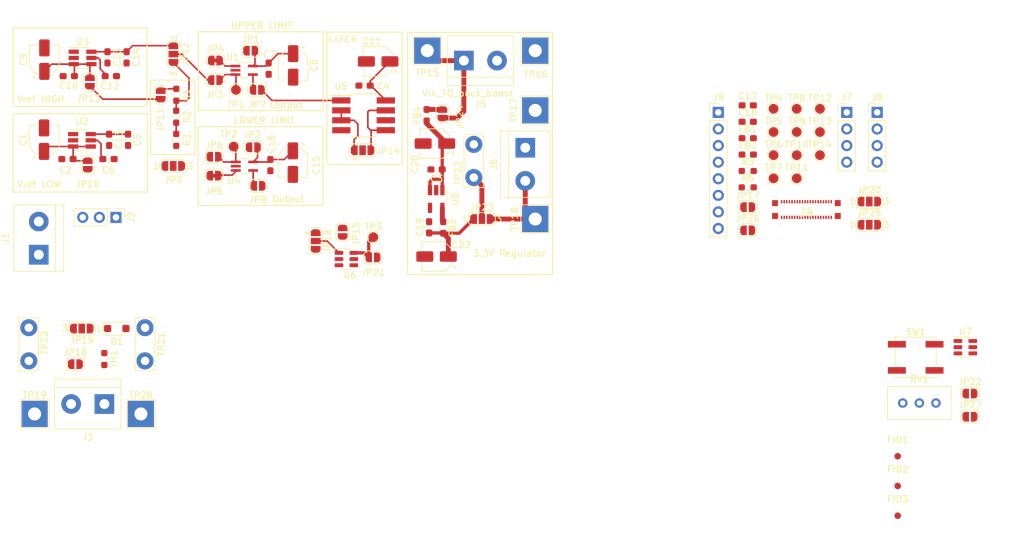
<source format=kicad_pcb>
(kicad_pcb (version 20221018) (generator pcbnew)
  (layers (0 "F.Cu" signal) (31 "B.Cu" signal) (34 "B.Paste" user) (35 "F.Paste" user) (36 "B.SilkS" user "B.Silkscreen") (37 "F.SilkS" user "F.Silkscreen") (38 "B.Mask" user) (39 "F.Mask" user) (44 "Edge.Cuts" user))
  (net 0 "")
  (net 1 "Net-(JP10-B)")
  (net 2 "GND")
  (net 3 "Net-(U8-CE)")
  (net 4 "Net-(JP9-A)")
  (net 5 "Net-(U2-NR)")
  (net 6 "Net-(JP1-A)")
  (net 7 "Net-(JP13-B)")
  (net 8 "Net-(U3-NR)")
  (net 9 "Net-(JP12-A)")
  (net 10 "Net-(JP2-A)")
  (net 11 "/WisBlock Core Module - RAK4631/AIN0")
  (net 12 "Net-(JP23-A)")
  (net 13 "Net-(D1-K)")
  (net 14 "PV_DIRECT_NO_MPPT")
  (net 15 "Net-(JP25-C)")
  (net 16 "/WisBlock Core Module - RAK4631/VBAT_nRF")
  (net 17 "3.3V")
  (net 18 "/WisBlock Core Module - RAK4631/3V3")
  (net 19 "Net-(JP24-B)")
  (net 20 "Net-(U8-VOUT)")
  (net 21 "Net-(J1-Pin_1)")
  (net 22 "V_supercap")
  (net 23 "V_boost_uvlo")
  (net 24 "Net-(J3-Pin_2)")
  (net 29 "/WisBlock Core Module - RAK4631/TXD0")
  (net 30 "/WisBlock Core Module - RAK4631/RXD0")
  (net 31 "Net-(J4-Pad14)")
  (net 32 "Net-(J4-Pad15)")
  (net 33 "/WisBlock Core Module - RAK4631/IO8")
  (net 34 "/WisBlock Core Module - RAK4631/VDD_nRF")
  (net 37 "/WisBlock Core Module - RAK4631/AIN1")
  (net 38 "/WisBlock Core Module - RAK4631/BOOT0")
  (net 39 "/WisBlock Core Module - RAK4631/IO7")
  (net 44 "/WisBlock Core Module - RAK4631/IO1")
  (net 45 "/WisBlock Core Module - RAK4631/IO2")
  (net 46 "/WisBlock Core Module - RAK4631/IO3")
  (net 47 "/WisBlock Core Module - RAK4631/IO4")
  (net 48 "/WisBlock Core Module - RAK4631/TXD1")
  (net 49 "/WisBlock Core Module - RAK4631/RXD1")
  (net 52 "/WisBlock Core Module - RAK4631/IO5")
  (net 53 "/WisBlock Core Module - RAK4631/IO6")
  (net 54 "Vin_buck_boost")
  (net 55 "Net-(J6-Pin_2)")
  (net 57 "Vref_high")
  (net 58 "Net-(JP3-B)")
  (net 59 "Net-(JP4-B)")
  (net 60 "Net-(JP5-B)")
  (net 61 "Vref_low")
  (net 62 "Net-(JP6-B)")
  (net 63 "Net-(JP7-A)")
  (net 64 "/Sheetname: UVLO with latched output/RESET")
  (net 65 "Net-(JP8-A)")
  (net 66 "/Sheetname: UVLO with latched output/SET")
  (net 67 "Net-(JP9-B)")
  (net 68 "Net-(JP11-B)")
  (net 69 "Net-(JP12-B)")
  (net 70 "/Sheetname: UVLO with latched output/NOR_2_OUT")
  (net 71 "LOAD_SWITCH_CTRL")
  (net 72 "/Sheetname: UVLO with latched output/NOR_1_OUT")
  (net 73 "Net-(JP15-B)")
  (net 74 "Net-(JP16-C)")
  (net 75 "Net-(JP17-B)")
  (net 76 "Net-(JP18-B)")
  (net 77 "MPPT_OUT")
  (net 78 "/WisBlock Core Module - RAK4631/Vsupercap")
  (net 79 "Net-(JP22-B)")
  (net 80 "/Watchdog timer/RST_SIGNAL")
  (net 81 "Net-(U7-DELAY{slash}M_RST)")
  (net 87 "nRF_RESET")
  (footprint "TestPoint:TestPoint_THTPad_4.0x4.0mm_Drill2.0mm" (layer "F.Cu") (at 61.849 102.616)
    (fp_text reference "TP20")
    (fp_text value "SC_GND")
  )
  (footprint "Capacitor_SMD:C_0603_1608Metric_Pad1.08x0.95mm_HandSolder" (layer "F.Cu") (at 57.2516 50.8866)
    (fp_text reference "C12")
    (fp_text value "0.1uF")
  )
  (footprint "Resistor_SMD:R_0603_1608Metric_Pad0.98x0.95mm_HandSolder" (layer "F.Cu") (at 154.679 65.412)
    (fp_text reference "R5")
    (fp_text value "5.6M")
  )
  (footprint "Jumper:SolderJumper-2_P1.3mm_Open_RoundedPad1.0x1.5mm" (layer "F.Cu") (at 154.679 74.502)
    (fp_text reference "JP26")
    (fp_text value "SolderJumper_2_Open")
  )
  (footprint "TestPoint:TestPoint_Pad_D1.5mm" (layer "F.Cu") (at 158.629 59.442)
    (fp_text reference "TP5")
    (fp_text value "LED1")
  )
  (footprint "TestPoint:TestPoint_Pad_D1.5mm" (layer "F.Cu") (at 162.179 66.542)
    (fp_text reference "TP11")
    (fp_text value "IO6")
  )
  (footprint "Capacitor_SMD:C_0603_1608Metric_Pad1.08x0.95mm_HandSolder" (layer "F.Cu") (at 56.9954 60.642 -90)
    (fp_text reference "C13")
    (fp_text value "1uF")
  )
  (footprint "Capacitor_SMD:C_0603_1608Metric_Pad1.08x0.95mm_HandSolder" (layer "F.Cu") (at 50.8254 50.8866 180)
    (fp_text reference "C10")
    (fp_text value "0.1uF")
  )
  (footprint "Connector_PinHeader_2.54mm:PinHeader_1x08_P2.54mm_Vertical" (layer "F.Cu") (at 150.179 56.442)
    (fp_text reference "J9")
    (fp_text value "Conn_01x08_Pin")
  )
  (footprint "Package_SO:Zetex_SM8" (layer "F.Cu") (at 95.914 56.894)
    (fp_text reference "U5")
    (fp_text value "TC7WH02FU_LJCT")
  )
  (footprint "Jumper:SolderJumper-2_P1.3mm_Open_RoundedPad1.0x1.5mm" (layer "F.Cu") (at 107.972 56.657 90)
    (fp_text reference "JP24")
    (fp_text value "SolderJumper_2_Open")
  )
  (footprint "Diode_SMD:D_SOD-123F" (layer "F.Cu") (at 58.166 89.535)
    (fp_text reference "D1")
    (fp_text value "PMEG10020ELR")
  )
  (footprint "TestPoint:TestPoint_THTPad_4.0x4.0mm_Drill2.0mm" (layer "F.Cu") (at 122.174 72.771 -90)
    (fp_text reference "TP18")
    (fp_text value "TestPoint")
  )
  (footprint "Jumper:SolderJumper-2_P1.3mm_Open_RoundedPad1.0x1.5mm" (layer "F.Cu") (at 154.679 70.952)
    (fp_text reference "JP17")
    (fp_text value "SolderJumper_2_Open")
  )
  (footprint "TerminalBlock:TerminalBlock_bornier-2_P5.08mm" (layer "F.Cu") (at 46.228 78.232 90)
    (fp_text reference "J1")
    (fp_text value "Screw_Terminal_01x02")
  )
  (footprint "Package_TO_SOT_SMD:SOT-23-6_Handsoldering" (layer "F.Cu") (at 52.9298 48.1028)
    (fp_text reference "U3")
    (fp_text value "REF35409QDBVR")
  )
  (footprint "Capacitor_SMD:CP_Elec_4x5.4" (layer "F.Cu") (at 47.0916 48.367 90)
    (fp_text reference "C9")
    (fp_text value "2.2uF")
  )
  (footprint "Package_TO_SOT_SMD:SOT-353_SC-70-5_Handsoldering" (layer "F.Cu") (at 77.646 49.9975)
    (fp_text reference "U1")
    (fp_text value "TLV3691IDCKR")
  )
  (footprint "Jumper:SolderJumper-2_P1.3mm_Open_RoundedPad1.0x1.5mm" (layer "F.Cu") (at 188.6725 99.494)
    (fp_text reference "JP22")
    (fp_text value "SolderJumper_2_Open")
  )
  (footprint "TestPoint:TestPoint_THTPad_4.0x4.0mm_Drill2.0mm" (layer "F.Cu") (at 45.593 102.616)
    (fp_text reference "TP19")
    (fp_text value "SC_VIN")
  )
  (footprint "TestPoint:TestPoint_Pad_D1.5mm" (layer "F.Cu") (at 76.396 52.9975)
    (fp_text reference "TP1")
    (fp_text value "Vref_high")
  )
  (footprint "Resistor_SMD:R_0603_1608Metric_Pad0.98x0.95mm_HandSolder" (layer "F.Cu") (at 67.259997 60.6525 -90)
    (fp_text reference "R3")
    (fp_text value "3.9M")
  )
  (footprint "Jumper:SolderJumper-3_P1.3mm_Open_RoundedPad1.0x1.5mm_NumberLabels" (layer "F.Cu") (at 52.802 89.535 180)
    (fp_text reference "JP19")
    (fp_text value "SolderJumper_3_Open")
  )
  (footprint "Capacitor_SMD:CP_Elec_4x4.5" (layer "F.Cu") (at 98.149 48.641 180)
    (fp_text reference "C11")
    (fp_text value "1uF")
  )
  (footprint "Button_Switch_SMD:SW_SPST_EVPBF" (layer "F.Cu") (at 180.3725 93.944)
    (fp_text reference "SW1")
    (fp_text value "EVP-BF6C1A000")
  )
  (footprint "Connector_PinHeader_2.54mm:PinHeader_1x03_P2.54mm_Vertical" (layer "F.Cu") (at 58.039 72.517 -90)
    (fp_text reference "J2")
    (fp_text value "Pololu U1V10F5")
  )
  (footprint "Capacitor_SMD:C_0603_1608Metric_Pad1.08x0.95mm_HandSolder" (layer "F.Cu") (at 107.083 65.1775 180)
    (fp_text reference "C3")
    (fp_text value "1uF")
  )
  (footprint "Jumper:SolderJumper-2_P1.3mm_Open_RoundedPad1.0x1.5mm" (layer "F.Cu") (at 73.046 63.23)
    (fp_text reference "JP6")
    (fp_text value "SolderJumper_2_Open")
  )
  (footprint "Jumper:SolderJumper-2_P1.3mm_Open_RoundedPad1.0x1.5mm" (layer "F.Cu") (at 97.355 78.645)
    (fp_text reference "JP21")
    (fp_text value "SolderJumper_2_Open")
  )
  (footprint "Inductor_SMD:L_0603_1608Metric_Pad1.05x0.95mm_HandSolder" (layer "F.Cu") (at 108.099 74.0675 -90)
    (fp_text reference "FB5")
    (fp_text value "FerriteBead")
  )
  (footprint "Connector_PinHeader_2.54mm:PinHeader_1x04_P2.54mm_Vertical" (layer "F.Cu") (at 169.829 56.442)
    (fp_text reference "J7")
    (fp_text value "Conn_01x04_Pin")
  )
  (footprint "Jumper:SolderJumper-2_P1.3mm_Open_RoundedPad1.0x1.5mm" (layer "F.Cu") (at 64.882497 53.765 90)
    (fp_text reference "JP11")
    (fp_text value "SolderJumper_2_Open")
  )
  (footprint "Package_TO_SOT_SMD:SOT-23-5_HandSoldering" (layer "F.Cu") (at 107.022 69.7025 -90)
    (fp_text reference "U8")
    (fp_text value "XC6220B331MR")
  )
  (footprint "TestPoint:TestPoint_Bridge_Pitch5.08mm_Drill1.3mm" (layer "F.Cu") (at 112.776 61.341 -90)
    (fp_text reference "TP23")
    (fp_text value "3.3V")
  )
  (footprint "Jumper:SolderJumper-2_P1.3mm_Open_RoundedPad1.0x1.5mm" (layer "F.Cu") (at 73.246 51.4975)
    (fp_text reference "JP3")
    (fp_text value "SolderJumper_2_Open")
  )
  (footprint "Package_TO_SOT_SMD:SOT-23-6" (layer "F.Cu") (at 93.291 78.899)
    (fp_text reference "U6")
    (fp_text value "TPS22917DBV")
  )
  (footprint "Fiducial:Fiducial_1mm_Mask3mm" (layer "F.Cu") (at 177.6225 109.094)
    (fp_text reference "FID1")
    (fp_text value "Fiducial")
  )
  (footprint "Package_TO_SOT_SMD:SOT-23-6" (layer "F.Cu") (at 187.9725 92.394)
    (fp_text reference "U7")
    (fp_text value "TPL5010")
  )
  (footprint "Capacitor_SMD:C_0603_1608Metric_Pad1.08x0.95mm_HandSolder" (layer "F.Cu") (at 154.679 57.882)
    (fp_text reference "C18")
    (fp_text value "0.1uF")
  )
  (footprint "Resistor_SMD:R_0603_1608Metric_Pad0.98x0.95mm_HandSolder" (layer "F.Cu") (at 67.262497 53.745 -90)
    (fp_text reference "R1")
    (fp_text value "3.3M")
  )
  (footprint "Capacitor_SMD:CP_Elec_4x4.5" (layer "F.Cu") (at 106.829 61.214 180)
    (fp_text reference "C20")
    (fp_text value "10u")
  )
  (footprint "Jumper:SolderJumper-3_P1.3mm_Open_RoundedPad1.0x1.5mm_NumberLabels" (layer "F.Cu") (at 173.279 73.642)
    (fp_text reference "JP25")
    (fp_text value "SolderJumper_3_Open")
  )
  (footprint "Jumper:SolderJumper-3_P1.3mm_Open_RoundedPad1.0x1.5mm_NumberLabels" (layer "F.Cu") (at 66.802 64.643)
    (fp_text reference "JP9")
    (fp_text value "SolderJumper_3_Open")
  )
  (footprint "TestPoint:TestPoint_Pad_D1.5mm" (layer "F.Cu") (at 165.729 62.992)
    (fp_text reference "TP14")
    (fp_text value "VDD_nRF")
  )
  (footprint "Inductor_SMD:L_0603_1608Metric_Pad1.05x0.95mm_HandSolder" (layer "F.Cu") (at 105.559 56.8695 -90)
    (fp_text reference "FB4")
    (fp_text value "FerriteBead")
  )
  (footprint "Jumper:SolderJumper-2_P1.3mm_Open_RoundedPad1.0x1.5mm" (layer "F.Cu") (at 92.71 74.788 -90)
    (fp_text reference "JP15")
    (fp_text value "SolderJumper_2_Open")
  )
  (footprint "TestPoint:TestPoint_Pad_D1.5mm" (layer "F.Cu") (at 162.179 59.442)
    (fp_text reference "TP9")
    (fp_text value "IO3")
  )
  (footprint "Jumper:SolderJumper-2_P1.3mm_Open_RoundedPad1.0x1.5mm" (layer "F.Cu") (at 78.646 46.9975 180)
    (fp_text reference "JP1")
    (fp_text value "SolderJumper_2_Open")
  )
  (footprint "TestPoint:TestPoint_THTPad_4.0x4.0mm_Drill2.0mm" (layer "F.Cu") (at 122.174 46.99)
    (fp_text reference "TP16")
    (fp_text value "TestPoint")
  )
  (footprint "Package_TO_SOT_SMD:SOT-23-6_Handsoldering" (layer "F.Cu") (at 52.8336 60.7182)
    (fp_text reference "U2")
    (fp_text value "REF35102QDBVR ")
  )
  (footprint "Resistor_SMD:R_0603_1608Metric_Pad0.98x0.95mm_HandSolder" (layer "F.Cu") (at 154.679 67.922)
    (fp_text reference "R6")
    (fp_text value "9.3M")
  )
  (footprint "TestPoint:TestPoint_Pad_D1.5mm" (layer "F.Cu") (at 158.629 62.992)
    (fp_text reference "TP6")
    (fp_text value "IO4")
  )
  (footprint "TerminalBlock:TerminalBlock_bornier-2_P5.08mm" (layer "F.Cu") (at 120.65 61.849 -90)
    (fp_text reference "J6")
    (fp_text value "Vout_FROM_buck_boost")
  )
  (footprint "Capacitor_SMD:C_0603_1608Metric_Pad1.08x0.95mm_HandSolder" (layer "F.Cu") (at 81.396 49.7475 -90)
    (fp_text reference "C7")
    (fp_text value "0.1uF")
  )
  (footprint "TestPoint:TestPoint_Pad_D1.5mm" (layer "F.Cu") (at 165.729 55.892)
    (fp_text reference "TP12")
    (fp_text value "IO8")
  )
  (footprint "Jumper:SolderJumper-3_P1.3mm_Open_RoundedPad1.0x1.5mm" (layer "F.Cu") (at 95.764 62.244)
    (fp_text reference "JP14")
    (fp_text value "SolderJumper_3_Open")
  )
  (footprint "Jumper:SolderJumper-3_P1.3mm_Open_RoundedPad1.0x1.5mm" (layer "F.Cu") (at 88.592 76.135 -90)
    (fp_text reference "JP16")
    (fp_text value "SolderJumper_3_Open")
  )
  (footprint "TestPoint:TestPoint_Bridge_Pitch5.08mm_Drill1.3mm" (layer "F.Cu") (at 62.484 89.408 -90)
    (fp_text reference "TP21")
    (fp_text value "TestPoint")
  )
  (footprint "Capacitor_SMD:CP_Elec_4x5.4" (layer "F.Cu") (at 47.0386 60.6166 90)
    (fp_text reference "C1")
    (fp_text value "2.2uF")
  )
  (footprint "Capacitor_SMD:C_0603_1608Metric_Pad1.08x0.95mm_HandSolder" (layer "F.Cu") (at 59.6646 48.0153 -90)
    (fp_text reference "C14")
    (fp_text value "0.1uF")
  )
  (footprint "TerminalBlock:TerminalBlock_bornier-2_P5.08mm" (layer "F.Cu") (at 111.252 48.514)
    (fp_text reference "J5")
    (fp_text value "Vin_TO_buck_boost")
  )
  (footprint "Jumper:SolderJumper-2_P1.3mm_Open_RoundedPad1.0x1.5mm" (layer "F.Cu") (at 188.6725 103.044)
    (fp_text reference "JP27")
    (fp_text value "Jumper_2_Open")
  )
  (footprint "Capacitor_SMD:C_0603_1608Metric_Pad1.08x0.95mm_HandSolder" (layer "F.Cu") (at 56.7436 48.0153 -90)
    (fp_text reference "C23")
    (fp_text value "1uF")
  )
  (footprint "Connector_PinHeader_2.54mm:PinHeader_1x04_P2.54mm_Vertical" (layer "F.Cu") (at 174.479 56.442)
    (fp_text reference "J8")
    (fp_text value "Conn_01x04_Pin")
  )
  (footprint "Capacitor_SMD:CP_Elec_4x5.4" (layer "F.Cu") (at 85.146 49.2475 -90)
    (fp_text reference "C8")
    (fp_text value "4.7uF")
  )
  (footprint "TestPoint:TestPoint_Pad_D1.5mm" (layer "F.Cu") (at 162.179 62.992)
    (fp_text reference "TP10")
    (fp_text value "IO1")
  )
  (footprint "Resistor_SMD:R_0603_1608Metric_Pad0.98x0.95mm_HandSolder" (layer "F.Cu") (at 56.261 94.2105 -90)
    (fp_text reference "TH1")
    (fp_text value "Thermistor_PTC")
  )
  (footprint "Inductor_SMD:L_0603_1608Metric_Pad1.05x0.95mm_HandSolder" (layer "F.Cu") (at 154.679 62.902)
    (fp_text reference "FB2")
    (fp_text value "FerriteBead")
  )
  (footprint "TestPoint:TestPoint_Pad_D1.5mm" (layer "F.Cu") (at 76.046 61.68)
    (fp_text reference "TP2")
    (fp_text value "Vref_low")
  )
  (footprint "Capacitor_SMD:C_0603_1608Metric_Pad1.08x0.95mm_HandSolder" (layer "F.Cu") (at 59.891 60.642 -90)
    (fp_text reference "C5")
    (fp_text value "0.1uF")
  )
  (footprint "TestPoint:TestPoint_Pad_D1.5mm" (layer "F.Cu") (at 97.409 75.55)
    (fp_text reference "TP3")
    (fp_text value "Vout_switch")
  )
  (footprint "Capacitor_SMD:C_0603_1608Metric_Pad1.08x0.95mm_HandSolder" (layer "F.Cu") (at 50.62 63.5884 180)
    (fp_text reference "C2")
    (fp_text value "0.1uF")
  )
  (footprint "TestPoint:TestPoint_Pad_D1.5mm" (layer "F.Cu") (at 162.179 55.892)
    (fp_text reference "TP8")
    (fp_text value "IO5")
  )
  (footprint "TerminalBlock:TerminalBlock_bornier-2_P5.08mm" (layer "F.Cu") (at 56.261 101.092 180)
    (fp_text reference "J3")
    (fp_text value "Supercap IN")
  )
  (footprint "Jumper:SolderJumper-2_P1.3mm_Open_RoundedPad1.0x1.5mm" (layer "F.Cu") (at 79.771 67.691)
    (fp_text reference "JP8")
    (fp_text value "SolderJumper_2_Open")
  )
  (footprint "Capacitor_SMD:C_0603_1608Metric_Pad1.08x0.95mm_HandSolder" (layer "F.Cu") (at 96.064 52.344 180)
    (fp_text reference "C4")
    (fp_text value "0.1uF")
  )
  (footprint "TestPoint:TestPoint_THTPad_4.0x4.0mm_Drill2.0mm" (layer "F.Cu") (at 122.174 56.134 -90)
    (fp_text reference "TP17")
    (fp_text value "TestPoint")
  )
  (footprint "Jumper:SolderJumper-2_P1.3mm_Open_RoundedPad1.0x1.5mm" (layer "F.Cu") (at 54.0512 51.7906 90)
    (fp_text reference "JP13")
    (fp_text value "SolderJumper_2_Open")
  )
  (footprint "Jumper:SolderJumper-2_P1.3mm_Open_RoundedPad1.0x1.5mm" (layer "F.Cu") (at 79.046 61.78 180)
    (fp_text reference "JP2")
    (fp_text value "SolderJumper_2_Open")
  )
  (footprint "Inductor_SMD:L_0603_1608Metric_Pad1.05x0.95mm_HandSolder" (layer "F.Cu") (at 154.679 60.392)
    (fp_text reference "FB1")
    (fp_text value "FerriteBead")
  )
  (footprint "Fiducial:Fiducial_1mm_Mask3mm" (layer "F.Cu") (at 177.6225 118.194)
    (fp_text reference "FID3")
    (fp_text value "Fiducial")
  )
  (footprint "TestPoint:TestPoint_Bridge_Pitch5.08mm_Drill1.3mm" (layer "F.Cu") (at 44.704 89.408 -90)
    (fp_text reference "TP22")
    (fp_text value "TestPoint")
  )
  (footprint "Package_TO_SOT_SMD:SOT-353_SC-70-5_Handsoldering" (layer "F.Cu") (at 77.696 64.68)
    (fp_text reference "U4")
    (fp_text value "TLV3691IDCKR")
  )
  (footprint "Capacitor_SMD:C_0603_1608Metric_Pad1.08x0.95mm_HandSolder" (layer "F.Cu") (at 105.94 74.041 90)
    (fp_text reference "C19")
    (fp_text value "1uF")
  )
  (footprint "Capacitor_SMD:C_0603_1608Metric_Pad1.08x0.95mm_HandSolder" (layer "F.Cu") (at 154.679 55.372)
    (fp_text reference "C17")
    (fp_text value "0.1uF")
  )
  (footprint "TestPoint:TestPoint_Pad_D1.5mm" (layer "F.Cu") (at 165.729 59.442)
    (fp_text reference "TP13")
    (fp_text value "IO7")
  )
  (footprint "TestPoint:TestPoint_Pad_D1.5mm" (layer "F.Cu") (at 158.629 66.542)
    (fp_text reference "TP7")
    (fp_text value "IO2")
  )
  (footprint "Capacitor_SMD:C_0603_1608Metric_Pad1.08x0.95mm_HandSolder" (layer "F.Cu") (at 81.661 64.516 -90)
    (fp_text reference "C16")
    (fp_text value "0.1uF")
  )
  (footprint "Jumper:SolderJumper-2_P1.3mm_Open_RoundedPad1.0x1.5mm" (layer "F.Cu") (at 53.7188 64.4924 90)
    (fp_text reference "JP10")
    (fp_text value "SolderJumper_2_Open")
  )
  (footprint "Capacitor_SMD:CP_Elec_4x5.4" (layer "F.Cu") (at 85.096 64.13 -90)
    (fp_text reference "C15")
    (fp_text value "4.7uF")
  )
  (footprint "TestPoint:TestPoint_THTPad_4.0x4.0mm_Drill2.0mm" (layer "F.Cu") (at 105.664 46.99)
    (fp_text reference "TP15")
    (fp_text value "TestPoint")
  )
  (footprint "Resistor_SMD:R_0603_1608Metric_Pad0.98x0.95mm_HandSolder" (layer "F.Cu") (at 67.252497 57.1 -90)
    (fp_text reference "R2")
    (fp_text value "9.3M")
  )
  (footprint "Jumper:SolderJumper-2_P1.3mm_Bridged_RoundedPad1.0x1.5mm" (layer "F.Cu") (at 73.046 66.13)
    (fp_text reference "JP5")
    (fp_text value "SolderJumper_2_Bridged")
  )
  (footprint "Jumper:SolderJumper-3_P1.3mm_Open_RoundedPad1.0x1.5mm_NumberLabels" (layer "F.Cu") (at 173.279 70.092)
    (fp_text reference "JP20")
    (fp_text value "SolderJumper_3_Open")
  )
  (footprint "suntastic_footprints:FBB04004F40S1003K6M" (layer "F.Cu") (at 163.654 71.317)
    (fp_text reference "J4")
    (fp_text value "FBB04004-F40S1003K6M" hide)
  )
  (footprint "Jumper:SolderJumper-2_P1.3mm_Open_RoundedPad1.0x1.5mm" (layer "F.Cu") (at 79.646 52.9975)
    (fp_text reference "JP7")
    (fp_text value "SolderJumper_2_Open")
  )
  (footprint "Jumper:SolderJumper-2_P1.3mm_Bridged_RoundedPad1.0x1.5mm" (layer "F.Cu") (at 73.246 48.4975)
    (fp_text reference "JP4")
    (fp_text value "SolderJumper_2_Bridged")
  )
  (footprint "Jumper:SolderJumper-2_P1.3mm_Open_RoundedPad1.0x1.5mm" (layer "F.Cu") (at 51.831 94.996)
    (fp_text reference "JP18")
    (fp_text value "Jumper_2_Open")
  )
  (footprint "Capacitor_SMD:CP_Elec_4x4.5" (layer "F.Cu") (at 107.083 78.5125 180)
    (fp_text reference "C22")
    (fp_text value "10u")
  )
  (footprint "Potentiometer_THT:Potentiometer_Bourns_3296W_Vertical" (layer "F.Cu") (at 183.4725 100.944)
    (fp_text reference "RV1")
    (fp_text value "120k")
  )
  (footprint "TestPoint:TestPoint_Pad_D1.5mm" (layer "F.Cu") (at 158.629 55.892)
    (fp_text reference "TP4")
    (fp_text value "LED2")
  )
  (footprint "Capacitor_SMD:C_0603_1608Metric_Pad1.08x0.95mm_HandSolder" (layer "F.Cu") (at 56.8938 63.5884)
    (fp_text reference "C6")
    (fp_text value "0.1uF")
  )
  (footprint "Jumper:SolderJumper-3_P1.3mm_Open_RoundedPad1.0x1.5mm_NumberLabels" (layer "F.Cu") (at 66.832497 47.525 -90)
    (fp_text reference "JP12")
    (fp_text value "SolderJumper_3_Open")
  )
  (footprint "Fiducial:Fiducial_1mm_Mask3mm" (layer "F.Cu") (at 177.6225 113.644)
    (fp_text reference "FID2")
    (fp_text value "Fiducial")
  )
  (footprint "Jumper:SolderJumper-3_P1.3mm_Open_RoundedPad1.0x1.5mm_NumberLabels" (layer "F.Cu") (at 114.016 72.771)
    (fp_text reference "JP23")
    (fp_text value "SolderJumper_3_Open")
  )
  (gr_rect (start 42.2774 43.5) (end 62.7774 55.5) (stroke (width 0.15)) (fill none) (layer "F.SilkS"))
  (gr_rect (start 42.3298 56.642) (end 62.8298 68.642) (stroke (width 0.15)) (fill none) (layer "F.SilkS"))
  (gr_rect (start 63.322497 51.505) (end 70.092497 62.885) (stroke (width 0.15)) (fill none) (layer "F.SilkS"))
  (gr_rect (start 102.653 44.196) (end 124.841 81.28) (stroke (width 0.15)) (fill none) (layer "F.SilkS"))
  (gr_rect (start 90.2965 44.154) (end 101.8165 64.414) (stroke (width 0.15)) (fill none) (layer "F.SilkS"))
  (gr_rect (start 70.646 44.0975) (end 89.746 56.1475) (stroke (width 0.15)) (fill none) (layer "F.SilkS"))
  (gr_rect (start 70.596 58.63) (end 89.696 70.68) (stroke (width 0.15)) (fill none) (layer "F.SilkS"))
  (gr_text "Output" (at 81.788 70.28) (layer "F.SilkS") (effects (font (size 1 1)) (justify left bottom)))
  (gr_text "LOWER LIMIT" (at 75.946 58.23) (layer "F.SilkS") (effects (font (size 1 1)) (justify left bottom)))
  (gr_text "Vin_TO_buck_boost" (at 104.775 54.102) (layer "F.SilkS") (effects (font (size 1 1)) (justify left bottom)))
  (gr_text "UPPER LIMIT" (at 75.546 43.7475) (layer "F.SilkS") (effects (font (size 1 1)) (justify left bottom)))
  (gr_text "Vref HIGH" (at 42.799 54.991) (layer "F.SilkS") (effects (font (size 1 1)) (justify left bottom)))
  (gr_text "Vref LOW" (at 42.799 68.0304) (layer "F.SilkS") (effects (font (size 1 1)) (justify left bottom)))
  (gr_text "Output" (at 81.534 55.88) (layer "F.SilkS") (effects (font (size 1 1)) (justify left bottom)))
  (gr_text "LATCH" (at 90.424 45.847) (layer "F.SilkS") (effects (font (size 1 1)) (justify left bottom)))
  (gr_text "3.3V Regulator\n" (at 118.237 78.613) (layer "F.SilkS") (effects (font (size 1 1)) (justify bottom)))
  (segment (start 51.4836 61.6682) (end 47.787 61.6682) (width 0.25) (layer "F.Cu") (net 1))
  (segment (start 53.7188 63.8424) (end 51.7365 63.8424) (width 0.25) (layer "F.Cu") (net 1))
  (segment (start 51.7365 63.8424) (end 51.4825 63.5884) (width 0.25) (layer "F.Cu") (net 1))
  (segment (start 54.1836 61.6682) (end 51.4836 61.6682) (width 0.25) (layer "F.Cu") (net 1))
  (segment (start 51.4836 61.6682) (end 51.4836 63.5873) (width 0.25) (layer "F.Cu") (net 1))
  (segment (start 47.787 61.6682) (end 47.0386 62.4166) (width 0.25) (layer "F.Cu") (net 1))
  (segment (start 51.4836 63.5873) (end 51.4825 63.5884) (width 0.25) (layer "F.Cu") (net 1))
  (segment (start 106.072 68.3525) (end 106.072 67.0725) (width 0.5) (layer "F.Cu") (net 3))
  (segment (start 105.559 57.7445) (end 105.559 58.144) (width 0.75) (layer "F.Cu") (net 3))
  (segment (start 106.4695 66.675) (end 107.9455 66.675) (width 0.5) (layer "F.Cu") (net 3))
  (segment (start 107.972 65.204) (end 107.9455 65.1775) (width 0.5) (layer "F.Cu") (net 3))
  (segment (start 107.9455 66.675) (end 107.9455 68.326) (width 0.5) (layer "F.Cu") (net 3))
  (segment (start 107.9455 65.1775) (end 107.9455 61.8975) (width 0.5) (layer "F.Cu") (net 3))
  (segment (start 106.072 67.0725) (end 106.4695 66.675) (width 0.5) (layer "F.Cu") (net 3))
  (segment (start 107.9455 61.8975) (end 108.629 61.214) (width 0.5) (layer "F.Cu") (net 3))
  (segment (start 107.9455 65.1775) (end 107.9455 66.675) (width 0.5) (layer "F.Cu") (net 3))
  (segment (start 107.9455 68.326) (end 107.972 68.3525) (width 0.5) (layer "F.Cu") (net 3))
  (segment (start 105.559 58.144) (end 108.629 61.214) (width 0.75) (layer "F.Cu") (net 3))
  (segment (start 106.072 68.3525) (end 106.067 68.3475) (width 0.5) (layer "F.Cu") (net 3))
  (segment (start 54.1836 59.7682) (end 56.9841 59.7682) (width 0.25) (layer "F.Cu") (net 4))
  (segment (start 59.891 59.7795) (end 56.9954 59.7795) (width 0.25) (layer "F.Cu") (net 4))
  (segment (start 56.9841 59.7682) (end 56.9954 59.7795) (width 0.25) (layer "F.Cu") (net 4))
  (segment (start 54.1836 60.7182) (end 55.2136 60.7182) (width 0.25) (layer "F.Cu") (net 5))
  (segment (start 55.753 63.3101) (end 56.0313 63.5884) (width 0.25) (layer "F.Cu") (net 5))
  (segment (start 55.2136 60.7182) (end 55.753 61.2576) (width 0.25) (layer "F.Cu") (net 5))
  (segment (start 55.753 61.2576) (end 55.753 63.3101) (width 0.25) (layer "F.Cu") (net 5))
  (segment (start 79.296 49.0275) (end 78.976 49.3475) (width 0.25) (layer "F.Cu") (net 6))
  (segment (start 78.976 49.3475) (end 80.9335 49.3475) (width 0.25) (layer "F.Cu") (net 6))
  (segment (start 79.296 46.9975) (end 79.296 49.0275) (width 0.25) (layer "F.Cu") (net 6))
  (segment (start 82.8335 47.4475) (end 85.146 47.4475) (width 0.25) (layer "F.Cu") (net 6))
  (segment (start 81.396 48.885) (end 82.8335 47.4475) (width 0.25) (layer "F.Cu") (net 6))
  (segment (start 80.9335 49.3475) (end 81.396 48.885) (width 0.25) (layer "F.Cu") (net 6))
  (segment (start 51.6879 50.8866) (end 51.6879 49.1609) (width 0.25) (layer "F.Cu") (net 7))
  (segment (start 48.2058 49.0528) (end 47.0916 50.167) (width 0.25) (layer "F.Cu") (net 7))
  (segment (start 51.6879 49.1609) (end 51.5798 49.0528) (width 0.25) (layer "F.Cu") (net 7))
  (segment (start 54.2798 49.0528) (end 51.5798 49.0528) (width 0.25) (layer "F.Cu") (net 7))
  (segment (start 51.5798 49.0528) (end 48.2058 49.0528) (width 0.25) (layer "F.Cu") (net 7))
  (segment (start 54.0512 51.1406) (end 54.0512 49.2814) (width 0.25) (layer "F.Cu") (net 7))
  (segment (start 54.0512 49.2814) (end 54.2798 49.0528) (width 0.25) (layer "F.Cu") (net 7))
  (segment (start 55.3098 48.1028) (end 54.2798 48.1028) (width 0.25) (layer "F.Cu") (net 8))
  (segment (start 56.3891 50.8866) (end 56.3891 50.5471) (width 0.25) (layer "F.Cu") (net 8))
  (segment (start 55.626 48.419) (end 55.3098 48.1028) (width 0.25) (layer "F.Cu") (net 8))
  (segment (start 55.626 49.784) (end 55.626 48.419) (width 0.25) (layer "F.Cu") (net 8))
  (segment (start 56.3891 50.5471) (end 55.626 49.784) (width 0.25) (layer "F.Cu") (net 8))
  (segment (start 54.2798 47.1528) (end 56.7436 47.1528) (width 0.25) (layer "F.Cu") (net 9))
  (segment (start 59.6646 47.1528) (end 56.7436 47.1528) (width 0.25) (layer "F.Cu") (net 9))
  (segment (start 59.6646 47.1528) (end 60.5924 46.225) (width 0.25) (layer "F.Cu") (net 9))
  (segment (start 60.5924 46.225) (end 66.832497 46.225) (width 0.25) (layer "F.Cu") (net 9))
  (segment (start 81.661 63.6535) (end 81.2845 64.03) (width 0.25) (layer "F.Cu") (net 10))
  (segment (start 81.661 63.6535) (end 83.7725 63.6535) (width 0.25) (layer "F.Cu") (net 10))
  (segment (start 79.696 61.78) (end 79.696 63.36) (width 0.25) (layer "F.Cu") (net 10))
  (segment (start 79.696 63.36) (end 79.026 64.03) (width 0.25) (layer "F.Cu") (net 10))
  (segment (start 83.7725 63.6535) (end 85.096 62.33) (width 0.25) (layer "F.Cu") (net 10))
  (segment (start 81.2845 64.03) (end 79.026 64.03) (width 0.25) (layer "F.Cu") (net 10))
  (segment (start 108.06 74.9035) (end 108.099 74.9425) (width 0.5) (layer "F.Cu") (net 12))
  (segment (start 108.883 75.7265) (end 108.099 74.9425) (width 0.75) (layer "F.Cu") (net 12))
  (segment (start 108.099 74.9425) (end 110.5445 74.9425) (width 0.5) (layer "F.Cu") (net 12))
  (segment (start 105.979 74.9425) (end 105.94 74.9035) (width 0.5) (layer "F.Cu") (net 12))
  (segment (start 108.883 78.5125) (end 108.883 75.7265) (width 0.75) (layer "F.Cu") (net 12))
  (segment (start 105.94 74.9035) (end 108.06 74.9035) (width 0.5) (layer "F.Cu") (net 12))
  (segment (start 110.5445 74.9425) (end 112.716 72.771) (width 0.5) (layer "F.Cu") (net 12))
  (segment (start 114.016 72.771) (end 114.016 67.661) (width 0.75) (layer "F.Cu") (net 17))
  (segment (start 114.016 67.661) (end 112.776 66.421) (width 0.75) (layer "F.Cu") (net 17))
  (segment (start 107.9595 55.9945) (end 107.972 56.007) (width 0.5) (layer "F.Cu") (net 19))
  (segment (start 105.5715 56.007) (end 105.559 55.9945) (width 0.5) (layer "F.Cu") (net 19))
  (segment (start 105.559 55.9945) (end 107.9595 55.9945) (width 0.75) (layer "F.Cu") (net 19))
  (segment (start 107.972 71.0525) (end 107.972 73.0655) (width 0.75) (layer "F.Cu") (net 20))
  (segment (start 107.972 73.0655) (end 108.099 73.1925) (width 0.75) (layer "F.Cu") (net 20))
  (segment (start 96.705 76.254) (end 96.705 78.645) (width 0.5) (layer "F.Cu") (net 21))
  (segment (start 96.009 77.949) (end 96.705 78.645) (width 0.5) (layer "F.Cu") (net 21))
  (segment (start 97.409 75.55) (end 96.705 76.254) (width 0.5) (layer "F.Cu") (net 21))
  (segment (start 94.4285 77.949) (end 96.009 77.949) (width 0.5) (layer "F.Cu") (net 21))
  (segment (start 99.314 54.614) (end 97.044 52.344) (width 0.25) (layer "F.Cu") (net 23))
  (segment (start 64.882497 54.415) (end 56.0256 54.415) (width 0.25) (layer "F.Cu") (net 23))
  (segment (start 96.9265 52.344) (end 96.9265 51.6635) (width 0.25) (layer "F.Cu") (net 23))
  (segment (start 56.0256 54.415) (end 54.0512 52.4406) (width 0.25) (layer "F.Cu") (net 23))
  (segment (start 96.9265 51.6635) (end 99.949 48.641) (width 0.25) (layer "F.Cu") (net 23))
  (segment (start 97.044 52.344) (end 96.9265 52.344) (width 0.25) (layer "F.Cu") (net 23))
  (segment (start 110.206 57.307) (end 111.252 56.261) (width 0.75) (layer "F.Cu") (net 54))
  (segment (start 107.972 57.307) (end 110.206 57.307) (width 0.75) (layer "F.Cu") (net 54))
  (segment (start 111.252 48.514) (end 107.188 48.514) (width 0.75) (layer "F.Cu") (net 54))
  (segment (start 107.188 48.514) (end 105.664 46.99) (width 0.75) (layer "F.Cu") (net 54))
  (segment (start 111.252 56.261) (end 111.252 48.514) (width 0.75) (layer "F.Cu") (net 54))
  (segment (start 120.65 66.929) (end 120.65 71.247) (width 0.75) (layer "F.Cu") (net 55))
  (segment (start 115.316 72.771) (end 122.174 72.771) (width 0.75) (layer "F.Cu") (net 55))
  (segment (start 120.65 71.247) (end 122.174 72.771) (width 0.75) (layer "F.Cu") (net 55))
  (segment (start 72.0715 51.4975) (end 72.596 51.4975) (width 0.25) (layer "F.Cu") (net 57))
  (segment (start 66.832497 47.525) (end 68.099 47.525) (width 0.25) (layer "F.Cu") (net 57))
  (segment (start 68.099 47.525) (end 72.0715 51.4975) (width 0.25) (layer "F.Cu") (net 57))
  (segment (start 76.396 50.7275) (end 76.316 50.6475) (width 0.25) (layer "F.Cu") (net 58))
  (segment (start 76.396 52.9975) (end 76.396 50.7275) (width 0.25) (layer "F.Cu") (net 58))
  (segment (start 74.746 50.6475) (end 76.316 50.6475) (width 0.25) (layer "F.Cu") (net 58))
  (segment (start 73.896 51.4975) (end 74.746 50.6475) (width 0.25) (layer "F.Cu") (net 58))
  (segment (start 74.746 49.3475) (end 73.896 48.4975) (width 0.25) (layer "F.Cu") (net 59))
  (segment (start 76.316 49.3475) (end 74.746 49.3475) (width 0.25) (layer "F.Cu") (net 59))
  (segment (start 76.366 65.493) (end 75.819 66.04) (width 0.25) (layer "F.Cu") (net 60))
  (segment (start 73.786 66.04) (end 73.696 66.13) (width 0.25) (layer "F.Cu") (net 60))
  (segment (start 75.819 66.04) (end 73.786 66.04) (width 0.25) (layer "F.Cu") (net 60))
  (segment (start 76.366 65.33) (end 76.366 65.493) (width 0.25) (layer "F.Cu") (net 60))
  (segment (start 76.366 64.03) (end 76.366 62) (width 0.25) (layer "F.Cu") (net 62))
  (segment (start 74.496 64.03) (end 76.366 64.03) (width 0.25) (layer "F.Cu") (net 62))
  (segment (start 73.696 63.23) (end 74.496 64.03) (width 0.25) (layer "F.Cu") (net 62))
  (segment (start 76.366 62) (end 76.046 61.68) (width 0.25) (layer "F.Cu") (net 62))
  (segment (start 78.996 50.6675) (end 78.976 50.6475) (width 0.25) (layer "F.Cu") (net 63))
  (segment (start 78.996 52.9975) (end 78.996 50.6675) (width 0.25) (layer "F.Cu") (net 63))
  (segment (start 81.9125 54.614) (end 92.514 54.614) (width 0.25) (layer "F.Cu") (net 64))
  (segment (start 80.296 52.9975) (end 81.9125 54.614) (width 0.25) (layer "F.Cu") (net 64))
  (segment (start 79.026 65.33) (end 79.026 67.596) (width 0.25) (layer "F.Cu") (net 65))
  (segment (start 79.026 67.596) (end 79.121 67.691) (width 0.25) (layer "F.Cu") (net 65))
  (segment (start 67.252497 59.7325) (end 67.259997 59.74) (width 0.25) (layer "F.Cu") (net 67))
  (segment (start 67.252497 58.0125) (end 67.252497 59.7325) (width 0.25) (layer "F.Cu") (net 67))
  (segment (start 65.164997 52.8325) (end 64.882497 53.115) (width 0.25) (layer "F.Cu") (net 68))
  (segment (start 67.262497 52.8325) (end 65.164997 52.8325) (width 0.25) (layer "F.Cu") (net 68))
  (segment (start 68.7865 54.6575) (end 67.262497 54.6575) (width 0.25) (layer "F.Cu") (net 69))
  (segment (start 69.215 51.207503) (end 69.215 54.229) (width 0.25) (layer "F.Cu") (net 69))
  (segment (start 67.262497 54.6575) (end 67.262497 56.1775) (width 0.25) (layer "F.Cu") (net 69))
  (segment (start 69.215 54.229) (end 68.7865 54.6575) (width 0.25) (layer "F.Cu") (net 69))
  (segment (start 67.262497 56.1775) (end 67.252497 56.1875) (width 0.25) (layer "F.Cu") (net 69))
  (segment (start 66.832497 48.825) (end 69.215 51.207503) (width 0.25) (layer "F.Cu") (net 69))
  (segment (start 94.464 62.244) (end 94.464 60.61) (width 0.25) (layer "F.Cu") (net 70))
  (segment (start 95.05 58.246) (end 94.458 57.654) (width 0.25) (layer "F.Cu") (net 70))
  (segment (start 95.05 60.024) (end 95.05 58.246) (width 0.25) (layer "F.Cu") (net 70))
  (segment (start 92.514 57.654) (end 92.514 56.134) (width 0.25) (layer "F.Cu") (net 70))
  (segment (start 94.458 57.654) (end 92.514 57.654) (width 0.25) (layer "F.Cu") (net 70))
  (segment (start 94.464 60.61) (end 95.05 60.024) (width 0.25) (layer "F.Cu") (net 70))
  (segment (start 96.574 58.754) (end 96.574 56.341) (width 0.25) (layer "F.Cu") (net 72))
  (segment (start 96.574 56.341) (end 96.781 56.134) (width 0.25) (layer "F.Cu") (net 72))
  (segment (start 99.314 59.174) (end 96.994 59.174) (width 0.25) (layer "F.Cu") (net 72))
  (segment (start 97.064 59.244) (end 96.994 59.174) (width 0.25) (layer "F.Cu") (net 72))
  (segment (start 96.994 59.174) (end 96.574 58.754) (width 0.25) (layer "F.Cu") (net 72))
  (segment (start 97.064 62.244) (end 97.064 59.244) (width 0.25) (layer "F.Cu") (net 72))
  (segment (start 96.781 56.134) (end 99.314 56.134) (width 0.25) (layer "F.Cu") (net 72))
  (segment (start 90.3395 76.135) (end 92.1535 77.949) (width 0.25) (layer "F.Cu") (net 74))
  (segment (start 88.592 76.135) (end 90.3395 76.135) (width 0.25) (layer "F.Cu") (net 74))
)
</source>
